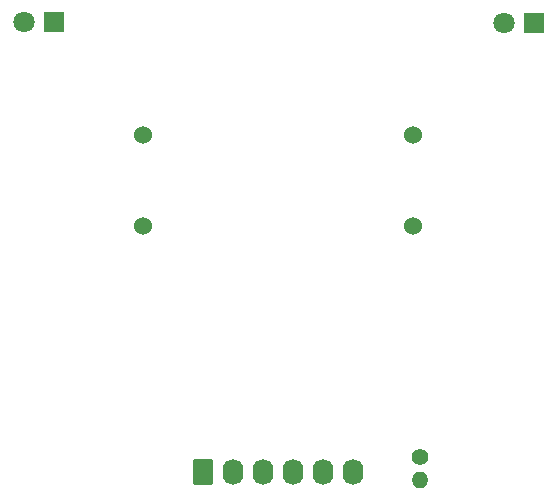
<source format=gbr>
%TF.GenerationSoftware,KiCad,Pcbnew,(6.0.7-1)-1*%
%TF.CreationDate,2023-11-11T10:51:09+10:00*%
%TF.ProjectId,Simmeters Small Engine Replacement,53696d6d-6574-4657-9273-20536d616c6c,rev?*%
%TF.SameCoordinates,Original*%
%TF.FileFunction,Soldermask,Bot*%
%TF.FilePolarity,Negative*%
%FSLAX46Y46*%
G04 Gerber Fmt 4.6, Leading zero omitted, Abs format (unit mm)*
G04 Created by KiCad (PCBNEW (6.0.7-1)-1) date 2023-11-11 10:51:09*
%MOMM*%
%LPD*%
G01*
G04 APERTURE LIST*
G04 Aperture macros list*
%AMRoundRect*
0 Rectangle with rounded corners*
0 $1 Rounding radius*
0 $2 $3 $4 $5 $6 $7 $8 $9 X,Y pos of 4 corners*
0 Add a 4 corners polygon primitive as box body*
4,1,4,$2,$3,$4,$5,$6,$7,$8,$9,$2,$3,0*
0 Add four circle primitives for the rounded corners*
1,1,$1+$1,$2,$3*
1,1,$1+$1,$4,$5*
1,1,$1+$1,$6,$7*
1,1,$1+$1,$8,$9*
0 Add four rect primitives between the rounded corners*
20,1,$1+$1,$2,$3,$4,$5,0*
20,1,$1+$1,$4,$5,$6,$7,0*
20,1,$1+$1,$6,$7,$8,$9,0*
20,1,$1+$1,$8,$9,$2,$3,0*%
G04 Aperture macros list end*
%ADD10C,1.524000*%
%ADD11C,1.400000*%
%ADD12O,1.400000X1.400000*%
%ADD13RoundRect,0.250000X-0.620000X-0.845000X0.620000X-0.845000X0.620000X0.845000X-0.620000X0.845000X0*%
%ADD14O,1.740000X2.190000*%
%ADD15C,1.800000*%
%ADD16R,1.800000X1.800000*%
G04 APERTURE END LIST*
D10*
%TO.C,M1*%
X168575500Y-90161900D03*
X168575500Y-97861900D03*
X191425500Y-97861900D03*
X191425500Y-90161900D03*
%TD*%
D11*
%TO.C,R1*%
X192015500Y-117439600D03*
D12*
X192015500Y-119339600D03*
%TD*%
D13*
%TO.C,J1*%
X173635500Y-118664600D03*
D14*
X176175500Y-118664600D03*
X178715500Y-118664600D03*
X181255500Y-118664600D03*
X183795500Y-118664600D03*
X186335500Y-118664600D03*
%TD*%
D15*
%TO.C,D2*%
X158470500Y-80614600D03*
D16*
X161010500Y-80614600D03*
%TD*%
%TO.C,D1*%
X201665500Y-80684600D03*
D15*
X199125500Y-80684600D03*
%TD*%
M02*

</source>
